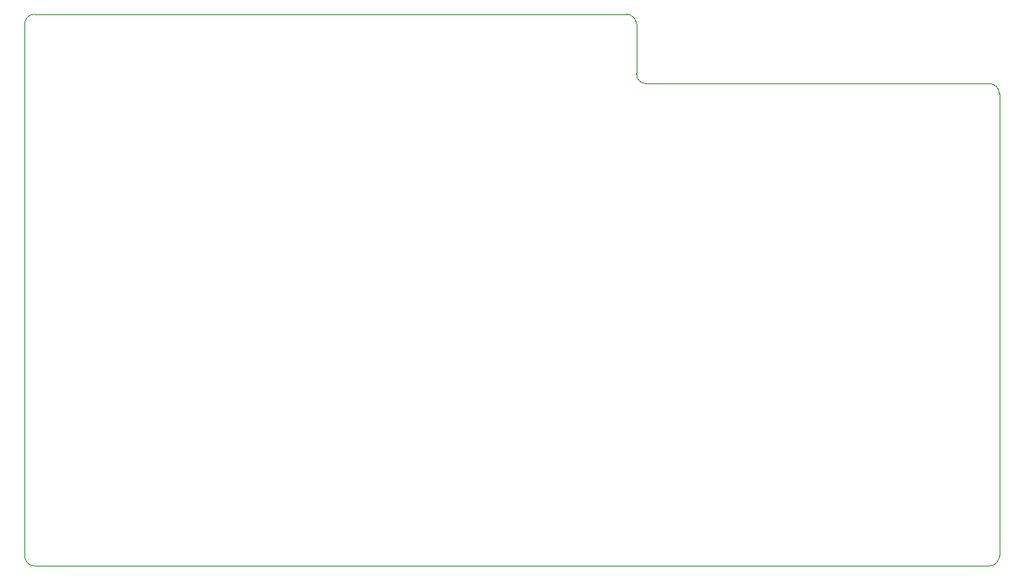
<source format=gbr>
%TF.GenerationSoftware,KiCad,Pcbnew,9.0.2*%
%TF.CreationDate,2025-06-28T16:23:08+05:30*%
%TF.ProjectId,ESP32 PCB,45535033-3220-4504-9342-2e6b69636164,rev?*%
%TF.SameCoordinates,Original*%
%TF.FileFunction,Profile,NP*%
%FSLAX46Y46*%
G04 Gerber Fmt 4.6, Leading zero omitted, Abs format (unit mm)*
G04 Created by KiCad (PCBNEW 9.0.2) date 2025-06-28 16:23:08*
%MOMM*%
%LPD*%
G01*
G04 APERTURE LIST*
%TA.AperFunction,Profile*%
%ADD10C,0.050000*%
%TD*%
G04 APERTURE END LIST*
D10*
X208500000Y-91750000D02*
G75*
G02*
X207500000Y-90750000I0J1000000D01*
G01*
X207500000Y-90750000D02*
X207500000Y-85750000D01*
X206500000Y-84750000D02*
G75*
G02*
X207500000Y-85750000I0J-1000000D01*
G01*
X206500000Y-84750000D02*
X147000000Y-84750000D01*
X244000000Y-139250000D02*
G75*
G02*
X243000000Y-140250000I-1000000J0D01*
G01*
X244000000Y-139250000D02*
X244000000Y-92750000D01*
X147000000Y-140250000D02*
G75*
G02*
X146000000Y-139250000I0J1000000D01*
G01*
X146000000Y-85750000D02*
G75*
G02*
X147000000Y-84750000I1000000J0D01*
G01*
X224000000Y-91750000D02*
X208500000Y-91750000D01*
X243000000Y-91750000D02*
X224000000Y-91750000D01*
X147000000Y-140250000D02*
X243000000Y-140250000D01*
X146000000Y-85750000D02*
X146000000Y-139250000D01*
X243000000Y-91750000D02*
G75*
G02*
X244000000Y-92750000I0J-1000000D01*
G01*
M02*

</source>
